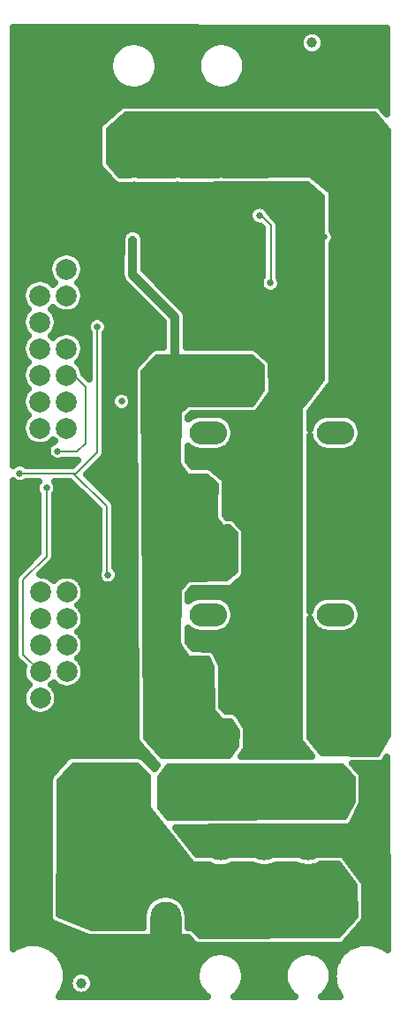
<source format=gbr>
G04 DipTrace 3.0.0.1*
G04 Bottom.gbr*
%MOIN*%
G04 #@! TF.FileFunction,Copper,L2,Bot*
G04 #@! TF.Part,Single*
G04 #@! TA.AperFunction,Conductor*
%ADD15C,0.008*%
%ADD17C,0.031969*%
G04 #@! TA.AperFunction,CopperBalancing*
%ADD20C,0.025*%
G04 #@! TA.AperFunction,ComponentPad*
%ADD29C,0.098425*%
%ADD30R,0.07874X0.07874*%
%ADD31C,0.07874*%
%ADD32O,0.141732X0.086614*%
%ADD36C,0.137795*%
%ADD37C,0.1*%
%ADD38C,0.25*%
%ADD39R,0.177165X0.11811*%
%ADD40O,0.177165X0.11811*%
%ADD41O,0.11811X0.177165*%
%ADD42C,0.03937*%
%FSLAX26Y26*%
G04*
G70*
G90*
G75*
G01*
G04 Bottom*
%LPD*%
X888094Y3288701D2*
D17*
Y3224724D1*
X887110Y3223740D1*
X888094Y3256220D2*
D15*
Y3224724D1*
X887110Y3223740D1*
D17*
Y3158780D1*
X1047543Y2998346D1*
Y2759488D1*
X1049016Y2758016D1*
X1366441Y3381220D2*
D15*
X1373331D1*
X1408764Y3345787D1*
Y3127283D1*
X1407780Y3126299D1*
X461913Y2408780D2*
X664252D1*
X790016Y2283016D1*
Y2030016D1*
X795016Y2025016D1*
X754016Y2961016D2*
Y2489016D1*
X673780Y2408780D1*
X664252D1*
X562307Y2353661D2*
Y2094803D1*
X474709Y2007205D1*
Y1724724D1*
X539079Y1660354D1*
X637701Y2778465D2*
X667031D1*
X709945Y2735551D1*
Y2521969D1*
X677465Y2489488D1*
X607583D1*
X604630Y2492441D1*
D20*
X888094Y3288701D3*
Y3256220D3*
X887110Y3223740D3*
X814016Y2515016D3*
X830016Y2553016D3*
X461913Y2408780D3*
X846016Y2680016D3*
X1451016Y3306016D3*
X1493016Y3307016D3*
X1533016D3*
X1450016Y3269016D3*
X1492016D3*
X1533016Y3268016D3*
X1451016Y3229016D3*
X1491016Y3228016D3*
X1533016D3*
X1450016Y3187016D3*
X1492016D3*
X1533016D3*
X1610535Y3299528D3*
X1346016Y3313016D3*
X795016Y2025016D3*
X754016Y2961016D3*
X493016Y1194016D3*
Y1144016D3*
Y1094016D3*
Y1044016D3*
Y994016D3*
Y944016D3*
Y894016D3*
Y844016D3*
X693016Y1344016D3*
X793016D3*
X893016D3*
X1407780Y3126299D3*
X1366441Y3381220D3*
X604630Y2492441D3*
X562307Y2353661D3*
X645486Y1280647D2*
X924518D1*
X622927Y1255778D2*
X941022D1*
X615993Y1230909D2*
X941022D1*
X615993Y1206041D2*
X941022D1*
X615993Y1181172D2*
X941022D1*
X615993Y1156303D2*
X941022D1*
X615993Y1131434D2*
X953718D1*
X615945Y1106566D2*
X973102D1*
X615798Y1081697D2*
X992487D1*
X615651Y1056828D2*
X1011921D1*
X615554Y1031959D2*
X1031306D1*
X615407Y1007091D2*
X1050690D1*
X615261Y982222D2*
X1070075D1*
X615163Y957353D2*
X1089461D1*
X615017Y932484D2*
X1108894D1*
X1482449D2*
X1502009D1*
X1598953D2*
X1661091D1*
X614919Y907615D2*
X1680037D1*
X614773Y882747D2*
X1698982D1*
X614626Y857878D2*
X1717927D1*
X614529Y833009D2*
X1721394D1*
X614382Y808140D2*
X964362D1*
X1059890D2*
X1721785D1*
X614235Y783272D2*
X938630D1*
X1085622D2*
X1722224D1*
X614138Y758403D2*
X927155D1*
X1097049D2*
X1722614D1*
X640993Y733534D2*
X924079D1*
X1100173D2*
X1720270D1*
X702469Y708665D2*
X924079D1*
X1100173D2*
X1698591D1*
X1127907Y683797D2*
X1676911D1*
X1597453Y933114D2*
X1587000Y927934D1*
X1572764Y923308D1*
X1557980Y920967D1*
X1543012D1*
X1528228Y923308D1*
X1513992Y927934D1*
X1504408Y932629D1*
X1430660Y932215D1*
X1421646Y927934D1*
X1407409Y923308D1*
X1392626Y920967D1*
X1377657D1*
X1362874Y923308D1*
X1348638Y927934D1*
X1340686Y931714D1*
X1263093Y931070D1*
X1249265Y925343D1*
X1234710Y921848D1*
X1219787Y920673D1*
X1204865Y921848D1*
X1190310Y925343D1*
X1176986Y930837D1*
X1117127Y930659D1*
X1113402Y931848D1*
X1110226Y934129D1*
X1039974Y1024039D1*
X945077Y1145965D1*
X943743Y1149642D1*
X943516Y1164516D1*
Y1263100D1*
X904559Y1304564D1*
X696075Y1305144D1*
X687760Y1305404D1*
X665486Y1305493D1*
X613514Y1248186D1*
X613129Y1048953D1*
X611559Y744415D1*
X732451Y695514D1*
X926560Y695516D1*
X926827Y742264D1*
X928927Y755522D1*
X933075Y768289D1*
X939169Y780249D1*
X947059Y791110D1*
X956551Y800602D1*
X967412Y808492D1*
X979373Y814587D1*
X992139Y818735D1*
X1005398Y820835D1*
X1018823D1*
X1032081Y818735D1*
X1044848Y814587D1*
X1056808Y808492D1*
X1067669Y800602D1*
X1077161Y791110D1*
X1085051Y780249D1*
X1091146Y768289D1*
X1095294Y755522D1*
X1097394Y742264D1*
X1097657Y710551D1*
Y695560D1*
X1111934Y695171D1*
X1115547Y693673D1*
X1118154Y691545D1*
X1142441Y665522D1*
X1664336Y666505D1*
X1725441Y736614D1*
X1723583Y853726D1*
X1662858Y933467D1*
X1597650Y933126D1*
X1007125Y1275647D2*
X1695434D1*
X996138Y1250778D2*
X1713013D1*
X996333Y1225909D2*
X1713013D1*
X996529Y1201041D2*
X1713013D1*
X996724Y1176172D2*
X1713013D1*
X996919Y1151303D2*
X1702319D1*
X1013862Y1126434D2*
X1689526D1*
X993550Y1260870D2*
X994479Y1146589D1*
X1023835Y1111538D1*
X1685407Y1113493D1*
X1715531Y1172076D1*
X1715516Y1256175D1*
X1675462Y1300520D1*
X1023252Y1300516D1*
X993571Y1260923D1*
X439017Y4066647D2*
X1531331D1*
X1599173D2*
X1843587D1*
X439017Y4041778D2*
X1517464D1*
X1613040D2*
X1843636D1*
X438968Y4016909D2*
X833870D1*
X952151D2*
X1164583D1*
X1282864D2*
X1519417D1*
X1611136D2*
X1843636D1*
X438968Y3992041D2*
X812044D1*
X973978D2*
X1142757D1*
X1304691D2*
X1541048D1*
X1589456D2*
X1843636D1*
X438968Y3967172D2*
X801839D1*
X984183D2*
X1132552D1*
X1314896D2*
X1843685D1*
X438968Y3942303D2*
X799202D1*
X986819D2*
X1129915D1*
X1317532D2*
X1843685D1*
X438968Y3917434D2*
X803450D1*
X982571D2*
X1134163D1*
X1313284D2*
X1843734D1*
X438968Y3892566D2*
X815804D1*
X970218D2*
X1146517D1*
X1300931D2*
X1843734D1*
X438968Y3867697D2*
X842122D1*
X943900D2*
X1172835D1*
X1274612D2*
X1843734D1*
X438968Y3842828D2*
X1843782D1*
X438919Y3817959D2*
X1843782D1*
X438919Y3793091D2*
X840071D1*
X1823929D2*
X1843831D1*
X438919Y3768222D2*
X811605D1*
X438919Y3743353D2*
X783235D1*
X438919Y3718484D2*
X759505D1*
X438919Y3693615D2*
X757747D1*
X438919Y3668747D2*
X757747D1*
X438870Y3643878D2*
X757747D1*
X438870Y3619009D2*
X757747D1*
X438870Y3594140D2*
X757747D1*
X438870Y3569272D2*
X758382D1*
X438870Y3544403D2*
X776302D1*
X438870Y3519534D2*
X798860D1*
X438870Y3494665D2*
X1548616D1*
X438821Y3469797D2*
X1578450D1*
X438821Y3444928D2*
X1599251D1*
X438821Y3420059D2*
X1599251D1*
X438821Y3395190D2*
X1327523D1*
X1405325D2*
X1599251D1*
X438821Y3370322D2*
X1326497D1*
X1429837D2*
X1599251D1*
X438821Y3345453D2*
X1348421D1*
X1441751D2*
X1599251D1*
X438821Y3320584D2*
X857552D1*
X918655D2*
X1375765D1*
X1441751D2*
X1599251D1*
X438773Y3295715D2*
X843685D1*
X932474D2*
X1375765D1*
X1441751D2*
X1599251D1*
X438773Y3270846D2*
X843099D1*
X933060D2*
X1375765D1*
X1441751D2*
X1599251D1*
X438773Y3245978D2*
X843099D1*
X933060D2*
X1375765D1*
X1441751D2*
X1599251D1*
X438773Y3221109D2*
X584993D1*
X690384D2*
X842122D1*
X932913D2*
X1375765D1*
X1441751D2*
X1599251D1*
X438773Y3196240D2*
X571761D1*
X703616D2*
X842122D1*
X932083D2*
X1375765D1*
X1441751D2*
X1599251D1*
X438773Y3171371D2*
X569710D1*
X705667D2*
X842122D1*
X937112D2*
X1375765D1*
X1441751D2*
X1599251D1*
X438773Y3146503D2*
X577620D1*
X697806D2*
X843929D1*
X961966D2*
X1371907D1*
X1443607D2*
X1599251D1*
X438773Y3121634D2*
X485482D1*
X689944D2*
X861702D1*
X986819D2*
X1366585D1*
X1448978D2*
X1599251D1*
X438724Y3096765D2*
X471956D1*
X703470D2*
X886556D1*
X1011673D2*
X1379818D1*
X1435745D2*
X1599251D1*
X438724Y3071896D2*
X469661D1*
X705716D2*
X911409D1*
X1036575D2*
X1599251D1*
X438724Y3047028D2*
X477327D1*
X698099D2*
X936312D1*
X1061429D2*
X1599251D1*
X438724Y3022159D2*
X485921D1*
X589505D2*
X600990D1*
X674368D2*
X961165D1*
X1085208D2*
X1599251D1*
X438724Y2997290D2*
X472103D1*
X603323D2*
X737191D1*
X770804D2*
X986019D1*
X1092532D2*
X1599251D1*
X438724Y2972421D2*
X469612D1*
X605765D2*
X714241D1*
X793802D2*
X1002571D1*
X1092532D2*
X1599251D1*
X438724Y2947552D2*
X477034D1*
X598343D2*
X714925D1*
X793118D2*
X1002571D1*
X1092532D2*
X1599251D1*
X438675Y2922684D2*
X486409D1*
X689017D2*
X721028D1*
X787015D2*
X1002571D1*
X1092532D2*
X1599251D1*
X438675Y2897815D2*
X472249D1*
X703177D2*
X721028D1*
X787015D2*
X1002571D1*
X1092532D2*
X1599251D1*
X438675Y2872946D2*
X469564D1*
X705814D2*
X721028D1*
X787015D2*
X950276D1*
X1364847D2*
X1599251D1*
X438675Y2848077D2*
X476790D1*
X698636D2*
X721028D1*
X787015D2*
X927816D1*
X1392825D2*
X1599251D1*
X438675Y2823209D2*
X486849D1*
X688528D2*
X721028D1*
X787015D2*
X905355D1*
X1413431D2*
X1599251D1*
X438675Y2798340D2*
X472396D1*
X702982D2*
X721028D1*
X787015D2*
X889778D1*
X1414505D2*
X1599251D1*
X438675Y2773471D2*
X469515D1*
X787015D2*
X889778D1*
X1415042D2*
X1599251D1*
X438626Y2748602D2*
X476497D1*
X787015D2*
X889925D1*
X1415579D2*
X1587728D1*
X438626Y2723734D2*
X487386D1*
X787015D2*
X890071D1*
X1416068D2*
X1568245D1*
X438626Y2698865D2*
X472591D1*
X787015D2*
X809359D1*
X882669D2*
X890252D1*
X1405911D2*
X1548812D1*
X438626Y2673996D2*
X469466D1*
X787015D2*
X805013D1*
X1388577D2*
X1529378D1*
X438626Y2649127D2*
X476253D1*
X787015D2*
X819710D1*
X872318D2*
X890560D1*
X1371194D2*
X1514778D1*
X438626Y2624259D2*
X487874D1*
X787015D2*
X890706D1*
X1102884D2*
X1111012D1*
X1234622D2*
X1514632D1*
X438626Y2599390D2*
X472737D1*
X787015D2*
X890853D1*
X1261868D2*
X1514632D1*
X438577Y2574521D2*
X469466D1*
X787015D2*
X891048D1*
X1271536D2*
X1514681D1*
X438577Y2549652D2*
X475960D1*
X787015D2*
X891194D1*
X1271536D2*
X1514681D1*
X438577Y2524783D2*
X497054D1*
X787015D2*
X891341D1*
X1261868D2*
X1514730D1*
X438577Y2499915D2*
X563851D1*
X787015D2*
X891487D1*
X1100443D2*
X1111019D1*
X1234622D2*
X1514730D1*
X438577Y2475046D2*
X567220D1*
X783597D2*
X891634D1*
X1100296D2*
X1514730D1*
X438577Y2450177D2*
X669564D1*
X760794D2*
X891829D1*
X1102689D2*
X1514778D1*
X735941Y2425308D2*
X891976D1*
X1195023D2*
X1514778D1*
X718216Y2400440D2*
X892122D1*
X1221243D2*
X1514827D1*
X484866Y2375571D2*
X527571D1*
X597073D2*
X651839D1*
X743069D2*
X892269D1*
X1240384D2*
X1514827D1*
X438528Y2350702D2*
X520931D1*
X603665D2*
X676693D1*
X767972D2*
X892464D1*
X1240579D2*
X1514827D1*
X438528Y2325833D2*
X529329D1*
X595316D2*
X701595D1*
X792825D2*
X892610D1*
X1240237D2*
X1514876D1*
X438528Y2300965D2*
X529329D1*
X595316D2*
X726448D1*
X817142D2*
X892757D1*
X1239847D2*
X1514876D1*
X438528Y2276096D2*
X529329D1*
X595316D2*
X751302D1*
X823001D2*
X892903D1*
X1239456D2*
X1514925D1*
X438528Y2251227D2*
X529329D1*
X595316D2*
X757015D1*
X823001D2*
X893099D1*
X1239261D2*
X1514925D1*
X438528Y2226358D2*
X529329D1*
X595316D2*
X757015D1*
X823001D2*
X893245D1*
X1284183D2*
X1514925D1*
X438480Y2201490D2*
X529329D1*
X595316D2*
X757015D1*
X823001D2*
X893392D1*
X1307474D2*
X1514974D1*
X438480Y2176621D2*
X529329D1*
X595316D2*
X757015D1*
X823001D2*
X893538D1*
X1313724D2*
X1514974D1*
X438480Y2151752D2*
X529329D1*
X595316D2*
X757015D1*
X823001D2*
X893734D1*
X1313724D2*
X1515023D1*
X438480Y2126883D2*
X529329D1*
X595316D2*
X757015D1*
X823001D2*
X893880D1*
X1313724D2*
X1515023D1*
X438480Y2102014D2*
X523909D1*
X595316D2*
X757015D1*
X823001D2*
X894026D1*
X1313724D2*
X1515023D1*
X438480Y2077146D2*
X499007D1*
X589651D2*
X757015D1*
X823001D2*
X894173D1*
X1313724D2*
X1515071D1*
X438480Y2052277D2*
X474153D1*
X565384D2*
X757015D1*
X825394D2*
X894368D1*
X1313724D2*
X1515071D1*
X438431Y2027408D2*
X449325D1*
X540530D2*
X753597D1*
X836429D2*
X894515D1*
X1312943D2*
X1515120D1*
X692142Y2002539D2*
X760677D1*
X829398D2*
X894661D1*
X1291751D2*
X1515120D1*
X705130Y1977671D2*
X894808D1*
X1262601D2*
X1515120D1*
X706985Y1952802D2*
X895003D1*
X1100150D2*
X1515169D1*
X698929Y1927933D2*
X895150D1*
X1248489D2*
X1515169D1*
X691702Y1903064D2*
X895296D1*
X1266800D2*
X1515218D1*
X704984Y1878196D2*
X895443D1*
X1272610D2*
X1515218D1*
X707083Y1853327D2*
X895638D1*
X1269193D2*
X1515267D1*
X699222Y1828458D2*
X895784D1*
X1254837D2*
X1515267D1*
X691263Y1803589D2*
X895931D1*
X1100150D2*
X1515267D1*
X704837Y1778720D2*
X896077D1*
X1100150D2*
X1515316D1*
X707132Y1753852D2*
X896273D1*
X1113724D2*
X1515316D1*
X699466Y1728983D2*
X896419D1*
X1203616D2*
X1515364D1*
X438382Y1704114D2*
X449692D1*
X690823D2*
X896566D1*
X1216995D2*
X1515364D1*
X438333Y1679245D2*
X473470D1*
X704691D2*
X896712D1*
X1226126D2*
X1515364D1*
X438333Y1654377D2*
X470980D1*
X707181D2*
X896907D1*
X1226321D2*
X1515413D1*
X438333Y1629508D2*
X478401D1*
X699759D2*
X897054D1*
X1226468D2*
X1515413D1*
X438333Y1604639D2*
X487825D1*
X590335D2*
X601415D1*
X676712D2*
X897200D1*
X1226614D2*
X1515462D1*
X438333Y1579770D2*
X473665D1*
X604495D2*
X897347D1*
X1226761D2*
X1515462D1*
X438333Y1554902D2*
X470931D1*
X607230D2*
X897542D1*
X1226907D2*
X1515462D1*
X438333Y1530033D2*
X478109D1*
X600052D2*
X897689D1*
X1227054D2*
X1515511D1*
X438333Y1505164D2*
X500618D1*
X577542D2*
X897835D1*
X1280960D2*
X1515511D1*
X438284Y1480295D2*
X897982D1*
X1298978D2*
X1515560D1*
X438284Y1455427D2*
X898177D1*
X1314651D2*
X1515560D1*
X438284Y1430558D2*
X898323D1*
X1320511D2*
X1515560D1*
X438284Y1405689D2*
X898519D1*
X1320120D2*
X1515609D1*
X438284Y1380820D2*
X912581D1*
X1319730D2*
X1527718D1*
X438284Y1355951D2*
X934554D1*
X1310452D2*
X1548665D1*
X438284Y1331083D2*
X633577D1*
X935648D2*
X956478D1*
X438235Y1306214D2*
X611019D1*
X958987D2*
X976302D1*
X1725394D2*
X1845833D1*
X438235Y1281345D2*
X588460D1*
X1747855D2*
X1845833D1*
X438235Y1256476D2*
X572249D1*
X1756985D2*
X1845833D1*
X438235Y1231608D2*
X572005D1*
X1756985D2*
X1845882D1*
X438235Y1206739D2*
X572005D1*
X1756985D2*
X1845882D1*
X438235Y1181870D2*
X572005D1*
X1756985D2*
X1845931D1*
X438235Y1157001D2*
X572005D1*
X1754105D2*
X1845931D1*
X438187Y1132133D2*
X572005D1*
X1741312D2*
X1845931D1*
X438187Y1107264D2*
X571956D1*
X1728519D2*
X1845980D1*
X438187Y1082395D2*
X571810D1*
X1714359D2*
X1845980D1*
X438187Y1057526D2*
X571663D1*
X1065823D2*
X1846028D1*
X438187Y1032657D2*
X571566D1*
X1085208D2*
X1846028D1*
X438187Y1007789D2*
X571419D1*
X1104593D2*
X1846028D1*
X438187Y982920D2*
X571273D1*
X1123978D2*
X1846077D1*
X438138Y958051D2*
X571175D1*
X1695657D2*
X1846077D1*
X438138Y933182D2*
X571028D1*
X1714603D2*
X1846126D1*
X438138Y908314D2*
X570931D1*
X1733499D2*
X1846126D1*
X438138Y883445D2*
X570784D1*
X1752444D2*
X1846126D1*
X438138Y858576D2*
X570638D1*
X1764993D2*
X1846175D1*
X438138Y833707D2*
X570540D1*
X1765384D2*
X1846175D1*
X438138Y808839D2*
X570394D1*
X1765775D2*
X1846224D1*
X438138Y783970D2*
X570247D1*
X1766165D2*
X1846224D1*
X438089Y759101D2*
X570150D1*
X1766605D2*
X1846273D1*
X438089Y734232D2*
X570101D1*
X1766995D2*
X1846273D1*
X438089Y709364D2*
X591732D1*
X1755911D2*
X1846273D1*
X438089Y684495D2*
X653206D1*
X1734232D2*
X1846321D1*
X438089Y659626D2*
X714681D1*
X1712552D2*
X1846321D1*
X438089Y634757D2*
X480501D1*
X541751D2*
X1115316D1*
X1690726D2*
X1740316D1*
X1801614D2*
X1846370D1*
X592825Y609888D2*
X1689241D1*
X616165Y585020D2*
X1162191D1*
X1277396D2*
X1492903D1*
X1608109D2*
X1665901D1*
X629935Y560151D2*
X1139534D1*
X1300003D2*
X1470247D1*
X1630716D2*
X1652181D1*
X637308Y535282D2*
X1128890D1*
X1310696D2*
X1459603D1*
X639456Y510413D2*
X653460D1*
X734964D2*
X1125911D1*
X1313626D2*
X1456624D1*
X636624Y485545D2*
X645540D1*
X742874D2*
X1129866D1*
X1309720D2*
X1460579D1*
X628470Y460676D2*
X652181D1*
X736234D2*
X1141780D1*
X1297806D2*
X1472493D1*
X1628519D2*
X1653646D1*
X613675Y435807D2*
X1167025D1*
X704738Y1655187D2*
X703121Y1644979D1*
X699927Y1635150D1*
X695236Y1625941D1*
X689161Y1617580D1*
X681853Y1610272D1*
X673492Y1604198D1*
X664283Y1599506D1*
X654454Y1596312D1*
X644246Y1594695D1*
X633911D1*
X623704Y1596312D1*
X613874Y1599506D1*
X604666Y1604198D1*
X596305Y1610272D1*
X589093Y1617476D1*
X581957Y1610368D1*
X589161Y1603128D1*
X595236Y1594767D1*
X599927Y1585559D1*
X603121Y1575730D1*
X604738Y1565522D1*
Y1555187D1*
X603121Y1544979D1*
X599927Y1535150D1*
X595236Y1525941D1*
X589161Y1517580D1*
X581853Y1510272D1*
X573492Y1504198D1*
X564283Y1499506D1*
X554454Y1496312D1*
X544246Y1494695D1*
X533911D1*
X523704Y1496312D1*
X513874Y1499506D1*
X504666Y1504198D1*
X496305Y1510272D1*
X488997Y1517580D1*
X482922Y1525941D1*
X478230Y1535150D1*
X475036Y1544979D1*
X473420Y1555187D1*
Y1565522D1*
X475036Y1575730D1*
X478230Y1585559D1*
X482922Y1594767D1*
X488997Y1603128D1*
X496201Y1610340D1*
X488997Y1617580D1*
X482922Y1625941D1*
X478230Y1635150D1*
X475036Y1644979D1*
X473420Y1655187D1*
Y1665522D1*
X475036Y1675730D1*
X476259Y1680065D1*
X451522Y1704921D1*
X447540Y1710881D1*
X445059Y1717606D1*
X444217Y1724724D1*
X444310Y2009597D1*
X445709Y2016627D1*
X448710Y2023137D1*
X453147Y2028766D1*
X531834Y2107452D1*
X531815Y2329325D1*
X527565Y2335959D1*
X525223Y2341612D1*
X523795Y2347562D1*
X523315Y2353661D1*
X523795Y2359761D1*
X525223Y2365711D1*
X527565Y2371363D1*
X532102Y2378280D1*
X486176Y2378287D1*
X479615Y2374037D1*
X473963Y2371696D1*
X468013Y2370267D1*
X461913Y2369787D1*
X455814Y2370267D1*
X449864Y2371696D1*
X444211Y2374037D1*
X438994Y2377234D1*
X436054Y2379625D1*
X435567Y612753D1*
X445385Y619405D1*
X454005Y624233D1*
X462977Y628369D1*
X472245Y631788D1*
X481754Y634470D1*
X491443Y636397D1*
X501254Y637558D1*
X511126Y637946D1*
X520998Y637558D1*
X530809Y636397D1*
X540498Y634470D1*
X550007Y631788D1*
X559275Y628369D1*
X568247Y624233D1*
X576867Y619405D1*
X585081Y613917D1*
X592840Y607800D1*
X600094Y601094D1*
X606800Y593840D1*
X612917Y586081D1*
X618405Y577867D1*
X623233Y569247D1*
X627369Y560275D1*
X630788Y551007D1*
X633470Y541498D1*
X635397Y531809D1*
X636558Y521998D1*
X636946Y512126D1*
X636558Y502254D1*
X635397Y492443D1*
X633470Y482754D1*
X630788Y473245D1*
X627369Y463977D1*
X623233Y455005D1*
X618405Y446385D1*
X610886Y435595D1*
X1169544Y435790D1*
X1160446Y442647D1*
X1150308Y452785D1*
X1141880Y464385D1*
X1135371Y477160D1*
X1130941Y490796D1*
X1128698Y504957D1*
Y519295D1*
X1130941Y533456D1*
X1135371Y547092D1*
X1141880Y559867D1*
X1150308Y571467D1*
X1160446Y581605D1*
X1172046Y590033D1*
X1184821Y596542D1*
X1198457Y600973D1*
X1212618Y603216D1*
X1226956D1*
X1241118Y600973D1*
X1254754Y596542D1*
X1267529Y590033D1*
X1279128Y581605D1*
X1289267Y571467D1*
X1297694Y559867D1*
X1304204Y547092D1*
X1308634Y533456D1*
X1310877Y519295D1*
Y504957D1*
X1308634Y490796D1*
X1304204Y477160D1*
X1297694Y464385D1*
X1289267Y452785D1*
X1279128Y442647D1*
X1269929Y435823D1*
X1500111Y435911D1*
X1491155Y442647D1*
X1481017Y452785D1*
X1472589Y464385D1*
X1466080Y477160D1*
X1461649Y490796D1*
X1459406Y504957D1*
Y519295D1*
X1461649Y533456D1*
X1466080Y547092D1*
X1472589Y559867D1*
X1481017Y571467D1*
X1491155Y581605D1*
X1502755Y590033D1*
X1515530Y596542D1*
X1529166Y600973D1*
X1543327Y603216D1*
X1557665D1*
X1571826Y600973D1*
X1585462Y596542D1*
X1598237Y590033D1*
X1609837Y581605D1*
X1619975Y571467D1*
X1628403Y559867D1*
X1634912Y547092D1*
X1639343Y533456D1*
X1641586Y519295D1*
Y504957D1*
X1639343Y490796D1*
X1634912Y477160D1*
X1628403Y464385D1*
X1619975Y452785D1*
X1609837Y442647D1*
X1600824Y435947D1*
X1670814Y435973D1*
X1663689Y446385D1*
X1658862Y455005D1*
X1654726Y463977D1*
X1651306Y473245D1*
X1648625Y482754D1*
X1646697Y492443D1*
X1645536Y502254D1*
X1645148Y512126D1*
X1645536Y521998D1*
X1646697Y531809D1*
X1648625Y541498D1*
X1651306Y551007D1*
X1654726Y560275D1*
X1658862Y569247D1*
X1663689Y577867D1*
X1669178Y586081D1*
X1675294Y593840D1*
X1682000Y601094D1*
X1689255Y607800D1*
X1697013Y613917D1*
X1705228Y619405D1*
X1713847Y624233D1*
X1722819Y628369D1*
X1732088Y631788D1*
X1741596Y634470D1*
X1751286Y636397D1*
X1761097Y637558D1*
X1770969Y637946D1*
X1780840Y637558D1*
X1790651Y636397D1*
X1800341Y634470D1*
X1809849Y631788D1*
X1819118Y628369D1*
X1828090Y624233D1*
X1836709Y619405D1*
X1848894Y610787D1*
X1848286Y1337547D1*
X1839951Y1323416D1*
X1835534Y1319026D1*
X1830214Y1315789D1*
X1824285Y1313883D1*
X1818961Y1313391D1*
X1715596Y1314309D1*
X1749003Y1277183D1*
X1752197Y1271837D1*
X1754055Y1265893D1*
X1754508Y1261016D1*
X1754426Y1166937D1*
X1753211Y1160829D1*
X1751571Y1156892D1*
X1715547Y1087081D1*
X1711672Y1082206D1*
X1706765Y1078371D1*
X1701099Y1075787D1*
X1695173Y1074611D1*
X1293096Y1073338D1*
X1051544Y1072623D1*
X1131883Y969595D1*
X1670950Y972437D1*
X1677065Y971256D1*
X1682734Y968679D1*
X1687646Y964850D1*
X1697666Y952118D1*
X1758288Y872361D1*
X1761021Y866765D1*
X1762373Y860686D1*
X1764507Y731747D1*
X1763712Y725570D1*
X1761497Y719749D1*
X1757985Y714607D1*
X1688557Y635094D1*
X1683628Y631288D1*
X1677946Y628738D1*
X1672144Y627609D1*
X1270066Y626773D1*
X1134987Y626601D1*
X1128876Y627805D1*
X1123216Y630401D1*
X1118313Y634254D1*
X1097492Y656536D1*
X727937Y656605D1*
X722037Y657753D1*
X587184Y712313D1*
X581977Y715730D1*
X577712Y720268D1*
X574625Y725676D1*
X572885Y731656D1*
X572524Y736152D1*
X574524Y1186516D1*
X574605Y1255094D1*
X575820Y1261202D1*
X578427Y1266858D1*
X581399Y1270821D1*
X641857Y1337305D1*
X646862Y1341012D1*
X652593Y1343447D1*
X658743Y1344477D1*
X912200Y1343418D1*
X918303Y1342178D1*
X923948Y1339548D1*
X928829Y1335667D1*
X968866Y1293034D1*
X980476Y1308450D1*
X975974Y1311983D1*
X906293Y1390887D1*
X903160Y1396269D1*
X901371Y1402234D1*
X900973Y1406642D1*
X892183Y2797501D1*
X893359Y2803616D1*
X895930Y2809288D1*
X898946Y2813348D1*
X955518Y2875859D1*
X960514Y2879578D1*
X966240Y2882027D1*
X972387Y2883072D1*
X1005023Y2883106D1*
X1005067Y2980728D1*
X854811Y3131193D1*
X850893Y3136586D1*
X847867Y3142525D1*
X845807Y3148864D1*
X844765Y3155447D1*
X844634Y3223740D1*
X845618Y3237224D1*
X845749Y3292033D1*
X846792Y3298617D1*
X848851Y3304956D1*
X851877Y3310895D1*
X855795Y3316287D1*
X860508Y3321000D1*
X865901Y3324918D1*
X871839Y3327944D1*
X878179Y3330004D1*
X884762Y3331046D1*
X891427D1*
X898010Y3330004D1*
X904349Y3327944D1*
X910288Y3324918D1*
X915681Y3321000D1*
X920394Y3316287D1*
X924312Y3310895D1*
X927338Y3304956D1*
X929397Y3298617D1*
X930440Y3292033D1*
X930571Y3224724D1*
X929587Y3211240D1*
Y3176328D1*
X1079843Y3025933D1*
X1083760Y3020540D1*
X1086786Y3014601D1*
X1088846Y3008262D1*
X1089889Y3001679D1*
X1090020Y2910846D1*
Y2883063D1*
X1343451Y2882979D1*
X1349534Y2881643D1*
X1355137Y2878924D1*
X1358451Y2876415D1*
X1404242Y2835603D1*
X1408000Y2830637D1*
X1410494Y2824931D1*
X1411588Y2818792D1*
X1413558Y2720238D1*
X1412469Y2714106D1*
X1409979Y2708398D1*
X1364266Y2642937D1*
X1359772Y2638625D1*
X1354396Y2635482D1*
X1348435Y2633680D1*
X1343803Y2633272D1*
X1110161D1*
X1098592Y2622575D1*
X1098537Y2613968D1*
X1104233Y2618555D1*
X1113572Y2624278D1*
X1123691Y2628470D1*
X1134341Y2631026D1*
X1145281Y2631885D1*
X1205854Y2631671D1*
X1216672Y2629957D1*
X1227089Y2626573D1*
X1236848Y2621600D1*
X1245709Y2615162D1*
X1253454Y2607418D1*
X1259892Y2598557D1*
X1264864Y2588798D1*
X1268249Y2578381D1*
X1269962Y2567563D1*
Y2556610D1*
X1268249Y2545792D1*
X1264864Y2535376D1*
X1259892Y2525617D1*
X1253454Y2516756D1*
X1245709Y2509011D1*
X1236848Y2502573D1*
X1227089Y2497601D1*
X1216672Y2494216D1*
X1205854Y2492503D1*
X1162878Y2492287D1*
X1139783Y2492503D1*
X1128966Y2494216D1*
X1118549Y2497601D1*
X1108790Y2502573D1*
X1099929Y2509011D1*
X1097995Y2510798D1*
X1097705Y2453326D1*
X1113531Y2433303D1*
X1175606Y2433222D1*
X1181714Y2432007D1*
X1187370Y2429399D1*
X1191761Y2426030D1*
X1232929Y2386524D1*
X1236114Y2381172D1*
X1237961Y2375225D1*
X1238402Y2369983D1*
X1236565Y2251491D1*
X1243147Y2241945D1*
X1258356Y2242172D1*
X1264410Y2240713D1*
X1269957Y2237881D1*
X1274548Y2233985D1*
X1306672Y2199243D1*
X1309538Y2193714D1*
X1311034Y2187669D1*
X1311240Y2171870D1*
X1311159Y2031701D1*
X1309944Y2025593D1*
X1307336Y2019937D1*
X1303670Y2015238D1*
X1262151Y1979041D1*
X1256748Y1975944D1*
X1250772Y1974192D1*
X1246542Y1973823D1*
X1113956Y1972735D1*
X1097675Y1953303D1*
X1097658Y1926146D1*
X1104233Y1931547D1*
X1113572Y1937270D1*
X1123691Y1941462D1*
X1134341Y1944019D1*
X1145281Y1944877D1*
X1205854Y1944663D1*
X1216672Y1942949D1*
X1227089Y1939565D1*
X1236848Y1934592D1*
X1245709Y1928154D1*
X1253454Y1920410D1*
X1259892Y1911549D1*
X1264864Y1901790D1*
X1268249Y1891373D1*
X1269962Y1880555D1*
Y1869602D1*
X1268249Y1858784D1*
X1264864Y1848368D1*
X1259892Y1838609D1*
X1253454Y1829748D1*
X1245709Y1822003D1*
X1236848Y1815565D1*
X1227089Y1810593D1*
X1216672Y1807208D1*
X1205854Y1805495D1*
X1162878Y1805279D1*
X1139783Y1805495D1*
X1128966Y1807208D1*
X1118549Y1810593D1*
X1108790Y1815565D1*
X1099929Y1822003D1*
X1097649Y1824110D1*
X1097658Y1771905D1*
X1116998Y1746154D1*
X1178916Y1745199D1*
X1185007Y1743902D1*
X1190626Y1741218D1*
X1195465Y1737297D1*
X1199257Y1732347D1*
X1221389Y1691124D1*
X1223215Y1685170D1*
X1223641Y1680594D1*
X1224567Y1527931D1*
X1240480Y1509455D1*
X1266490Y1509856D1*
X1272529Y1508338D1*
X1278048Y1505451D1*
X1282740Y1501356D1*
X1285505Y1497711D1*
X1315982Y1448756D1*
X1317749Y1442784D1*
X1318127Y1437880D1*
X1317027Y1374779D1*
X1315714Y1368692D1*
X1313011Y1363072D1*
X1296155Y1339504D1*
X1565014Y1339508D1*
X1523065Y1389400D1*
X1520054Y1394852D1*
X1518400Y1400855D1*
X1518088Y1417322D1*
X1517194Y2648042D1*
X1518404Y2654151D1*
X1521007Y2659808D1*
X1545833Y2691844D1*
X1601789Y2763416D1*
X1601689Y3452532D1*
X1547861Y3497389D1*
X832938Y3495552D1*
X826827Y3496751D1*
X821164Y3499343D1*
X816258Y3503191D1*
X765761Y3558910D1*
X762556Y3564250D1*
X760687Y3570190D1*
X760224Y3575118D1*
X760306Y3711055D1*
X761521Y3717163D1*
X764128Y3722819D1*
X767743Y3727465D1*
X842995Y3793401D1*
X848429Y3796444D1*
X854423Y3798135D1*
X858567Y3798461D1*
X1807496Y3798379D1*
X1813604Y3797164D1*
X1819260Y3794557D1*
X1824025Y3790826D1*
X1846316Y3765201D1*
X1846038Y4088237D1*
X436520Y4091487D1*
X436063Y2437948D1*
X441540Y2442026D1*
X446992Y2444804D1*
X452811Y2446694D1*
X458854Y2447651D1*
X464973D1*
X471016Y2446694D1*
X476835Y2444804D1*
X482287Y2442026D1*
X486175Y2439266D1*
X661181Y2439272D1*
X681117Y2459240D1*
X664965Y2458996D1*
X624681D1*
X619552Y2456417D1*
X613732Y2454526D1*
X607689Y2453569D1*
X601571D1*
X595527Y2454526D1*
X589708Y2456417D1*
X584257Y2459195D1*
X579307Y2462791D1*
X574980Y2467118D1*
X571384Y2472068D1*
X568606Y2477519D1*
X566715Y2483338D1*
X565758Y2489382D1*
Y2495500D1*
X566715Y2501543D1*
X568606Y2507363D1*
X571384Y2512814D1*
X574980Y2517764D1*
X579307Y2522091D1*
X584257Y2525687D1*
X589708Y2528465D1*
X593375Y2529749D1*
X587715Y2535587D1*
X580475Y2528383D1*
X572114Y2522308D1*
X562905Y2517616D1*
X553076Y2514422D1*
X542868Y2512805D1*
X532533D1*
X522326Y2514422D1*
X512496Y2517616D1*
X503288Y2522308D1*
X494927Y2528383D1*
X487619Y2535690D1*
X481544Y2544052D1*
X476852Y2553260D1*
X473658Y2563089D1*
X472042Y2573297D1*
Y2583632D1*
X473658Y2593840D1*
X476852Y2603669D1*
X481544Y2612877D1*
X487619Y2621239D1*
X494823Y2628451D1*
X487619Y2635690D1*
X481544Y2644052D1*
X476852Y2653260D1*
X473658Y2663089D1*
X472042Y2673297D1*
Y2683632D1*
X473658Y2693840D1*
X476852Y2703669D1*
X481544Y2712877D1*
X487619Y2721239D1*
X494823Y2728451D1*
X487619Y2735690D1*
X481544Y2744052D1*
X476852Y2753260D1*
X473658Y2763089D1*
X472042Y2773297D1*
Y2783632D1*
X473658Y2793840D1*
X476852Y2803669D1*
X481544Y2812877D1*
X487619Y2821239D1*
X494823Y2828451D1*
X487619Y2835690D1*
X481544Y2844052D1*
X476852Y2853260D1*
X473658Y2863089D1*
X472042Y2873297D1*
Y2883632D1*
X473658Y2893840D1*
X476852Y2903669D1*
X481544Y2912877D1*
X487619Y2921239D1*
X494823Y2928451D1*
X487619Y2935690D1*
X481544Y2944052D1*
X476852Y2953260D1*
X473658Y2963089D1*
X472042Y2973297D1*
Y2983632D1*
X473658Y2993840D1*
X476852Y3003669D1*
X481544Y3012877D1*
X487619Y3021239D1*
X494823Y3028451D1*
X487619Y3035690D1*
X481544Y3044052D1*
X476852Y3053260D1*
X473658Y3063089D1*
X472042Y3073297D1*
Y3083632D1*
X473658Y3093840D1*
X476852Y3103669D1*
X481544Y3112877D1*
X487619Y3121239D1*
X494927Y3128547D1*
X503288Y3134621D1*
X512496Y3139313D1*
X522326Y3142507D1*
X532533Y3144124D1*
X542868D1*
X553076Y3142507D1*
X562905Y3139313D1*
X572114Y3134621D1*
X580475Y3128547D1*
X587687Y3121342D1*
X594823Y3128451D1*
X587619Y3135690D1*
X581544Y3144052D1*
X576852Y3153260D1*
X573658Y3163089D1*
X572042Y3173297D1*
Y3183632D1*
X573658Y3193840D1*
X576852Y3203669D1*
X581544Y3212877D1*
X587619Y3221239D1*
X594927Y3228547D1*
X603288Y3234621D1*
X612496Y3239313D1*
X622326Y3242507D1*
X632533Y3244124D1*
X642868D1*
X653076Y3242507D1*
X662905Y3239313D1*
X672114Y3234621D1*
X680475Y3228547D1*
X687783Y3221239D1*
X693858Y3212877D1*
X698550Y3203669D1*
X701743Y3193840D1*
X703360Y3183632D1*
Y3173297D1*
X701743Y3163089D1*
X698550Y3153260D1*
X693858Y3144052D1*
X687783Y3135690D1*
X680579Y3128479D1*
X687783Y3121239D1*
X693858Y3112877D1*
X698550Y3103669D1*
X701743Y3093840D1*
X703360Y3083632D1*
Y3073297D1*
X701743Y3063089D1*
X698550Y3053260D1*
X693858Y3044052D1*
X687783Y3035690D1*
X680475Y3028383D1*
X672114Y3022308D1*
X662905Y3017616D1*
X653076Y3014422D1*
X642868Y3012805D1*
X632533D1*
X622326Y3014422D1*
X612496Y3017616D1*
X603288Y3022308D1*
X594927Y3028383D1*
X587715Y3035587D1*
X580579Y3028479D1*
X587783Y3021239D1*
X593858Y3012877D1*
X598550Y3003669D1*
X601743Y2993840D1*
X603360Y2983632D1*
Y2973297D1*
X601743Y2963089D1*
X598550Y2953260D1*
X593858Y2944052D1*
X587783Y2935690D1*
X580579Y2928479D1*
X587687Y2921342D1*
X594927Y2928547D1*
X603288Y2934621D1*
X612496Y2939313D1*
X622326Y2942507D1*
X632533Y2944124D1*
X642868D1*
X653076Y2942507D1*
X662905Y2939313D1*
X672114Y2934621D1*
X680475Y2928547D1*
X687783Y2921239D1*
X693858Y2912877D1*
X698550Y2903669D1*
X701743Y2893840D1*
X703360Y2883632D1*
Y2873297D1*
X701743Y2863089D1*
X698550Y2853260D1*
X693858Y2844052D1*
X687783Y2835690D1*
X680579Y2828479D1*
X687783Y2821239D1*
X693858Y2812877D1*
X698550Y2803669D1*
X701743Y2793840D1*
X703144Y2785458D1*
X723499Y2765119D1*
X723523Y2936721D1*
X719274Y2943314D1*
X716932Y2948967D1*
X715504Y2954916D1*
X715024Y2961016D1*
X715504Y2967115D1*
X716932Y2973065D1*
X719274Y2978718D1*
X722470Y2983935D1*
X726444Y2988587D1*
X731097Y2992561D1*
X736314Y2995758D1*
X741967Y2998099D1*
X747916Y2999528D1*
X754016Y3000008D1*
X760115Y2999528D1*
X766065Y2998099D1*
X771718Y2995758D1*
X776935Y2992561D1*
X781587Y2988587D1*
X785561Y2983935D1*
X788758Y2978718D1*
X791099Y2973065D1*
X792528Y2967115D1*
X793008Y2961016D1*
X792528Y2954916D1*
X791099Y2948967D1*
X788758Y2943314D1*
X784502Y2936754D1*
X784414Y2486623D1*
X783016Y2479593D1*
X780015Y2473084D1*
X775577Y2467454D1*
X712330Y2403824D1*
X813202Y2302819D1*
X817185Y2296859D1*
X819665Y2290134D1*
X820508Y2283016D1*
Y2054549D1*
X824666Y2050339D1*
X828262Y2045389D1*
X831040Y2039937D1*
X832931Y2034118D1*
X833888Y2028075D1*
Y2021956D1*
X832931Y2015913D1*
X831040Y2010094D1*
X828262Y2004642D1*
X824666Y1999692D1*
X820339Y1995366D1*
X815389Y1991769D1*
X809937Y1988992D1*
X804118Y1987101D1*
X798075Y1986144D1*
X791956D1*
X785913Y1987101D1*
X780094Y1988992D1*
X774642Y1991769D1*
X769692Y1995366D1*
X765366Y1999692D1*
X761769Y2004642D1*
X758992Y2010094D1*
X757101Y2015913D1*
X756144Y2021956D1*
Y2028075D1*
X757101Y2034118D1*
X759527Y2041100D1*
X759524Y2270397D1*
X651651Y2378258D1*
X592523Y2378287D1*
X597049Y2371363D1*
X599391Y2365711D1*
X600819Y2359761D1*
X601299Y2353661D1*
X600819Y2347562D1*
X599391Y2341612D1*
X597049Y2335959D1*
X592794Y2329399D1*
X592705Y2092411D1*
X591307Y2085381D1*
X588306Y2078871D1*
X583868Y2073242D1*
X536808Y2026182D1*
X544246Y2026014D1*
X554454Y2024397D1*
X564283Y2021203D1*
X573492Y2016511D1*
X581853Y2010436D1*
X589065Y2003232D1*
X596305Y2010436D1*
X604666Y2016511D1*
X613874Y2021203D1*
X623704Y2024397D1*
X633911Y2026014D1*
X644246D1*
X654454Y2024397D1*
X664283Y2021203D1*
X673492Y2016511D1*
X681853Y2010436D1*
X689161Y2003128D1*
X695236Y1994767D1*
X699927Y1985559D1*
X703121Y1975730D1*
X704738Y1965522D1*
Y1955187D1*
X703121Y1944979D1*
X699927Y1935150D1*
X695236Y1925941D1*
X689161Y1917580D1*
X681957Y1910368D1*
X689161Y1903128D1*
X695236Y1894767D1*
X699927Y1885559D1*
X703121Y1875730D1*
X704738Y1865522D1*
Y1855187D1*
X703121Y1844979D1*
X699927Y1835150D1*
X695236Y1825941D1*
X689161Y1817580D1*
X681957Y1810368D1*
X689161Y1803128D1*
X695236Y1794767D1*
X699927Y1785559D1*
X703121Y1775730D1*
X704738Y1765522D1*
Y1755187D1*
X703121Y1744979D1*
X699927Y1735150D1*
X695236Y1725941D1*
X689161Y1717580D1*
X681957Y1710368D1*
X689161Y1703128D1*
X695236Y1694767D1*
X699927Y1685559D1*
X703121Y1675730D1*
X704738Y1665522D1*
Y1655187D1*
X884888Y2676956D2*
X883931Y2670913D1*
X882040Y2665094D1*
X879262Y2659642D1*
X875666Y2654692D1*
X871339Y2650366D1*
X866389Y2646769D1*
X860937Y2643992D1*
X855118Y2642101D1*
X849075Y2641144D1*
X842956D1*
X836913Y2642101D1*
X831094Y2643992D1*
X825642Y2646769D1*
X820692Y2650366D1*
X816366Y2654692D1*
X812769Y2659642D1*
X809992Y2665094D1*
X808101Y2670913D1*
X807144Y2676956D1*
Y2683075D1*
X808101Y2689118D1*
X809992Y2694937D1*
X812769Y2700389D1*
X816366Y2705339D1*
X820692Y2709666D1*
X825642Y2713262D1*
X831094Y2716040D1*
X836913Y2717931D1*
X842956Y2718888D1*
X849075D1*
X855118Y2717931D1*
X860937Y2716040D1*
X866389Y2713262D1*
X871339Y2709666D1*
X875666Y2705339D1*
X879262Y2700389D1*
X882040Y2694937D1*
X883931Y2689118D1*
X884888Y2683075D1*
Y2676956D1*
X1446651Y3123240D2*
X1445694Y3117197D1*
X1443804Y3111378D1*
X1441026Y3105926D1*
X1437429Y3100976D1*
X1433103Y3096649D1*
X1428153Y3093053D1*
X1422701Y3090275D1*
X1416882Y3088384D1*
X1410839Y3087427D1*
X1404720D1*
X1398677Y3088384D1*
X1392858Y3090275D1*
X1387406Y3093053D1*
X1382456Y3096649D1*
X1378130Y3100976D1*
X1374533Y3105926D1*
X1371756Y3111378D1*
X1369865Y3117197D1*
X1368908Y3123240D1*
Y3129358D1*
X1369865Y3135402D1*
X1371756Y3141221D1*
X1374533Y3146673D1*
X1378268Y3151772D1*
X1378272Y3333192D1*
X1369076Y3342353D1*
X1363382Y3342349D1*
X1357338Y3343306D1*
X1351519Y3345196D1*
X1346068Y3347974D1*
X1341118Y3351571D1*
X1336791Y3355897D1*
X1333195Y3360847D1*
X1330417Y3366299D1*
X1328526Y3372118D1*
X1327569Y3378161D1*
Y3384280D1*
X1328526Y3390323D1*
X1330417Y3396142D1*
X1333195Y3401594D1*
X1336791Y3406544D1*
X1341118Y3410870D1*
X1346068Y3414467D1*
X1351519Y3417244D1*
X1357338Y3419135D1*
X1363382Y3420092D1*
X1369500D1*
X1375543Y3419135D1*
X1381363Y3417244D1*
X1386814Y3414467D1*
X1391764Y3410870D1*
X1396091Y3406544D1*
X1399687Y3401594D1*
X1403007Y3394672D1*
X1431950Y3365590D1*
X1435933Y3359631D1*
X1438413Y3352906D1*
X1439256Y3345787D1*
X1439325Y3149218D1*
X1442522Y3144001D1*
X1444863Y3138348D1*
X1446292Y3132399D1*
X1446772Y3126299D1*
X1446651Y3123240D1*
X984105Y3938028D2*
X981863Y3923867D1*
X977432Y3910231D1*
X970923Y3897455D1*
X962495Y3885856D1*
X952357Y3875717D1*
X940757Y3867290D1*
X927982Y3860781D1*
X914346Y3856350D1*
X900185Y3854107D1*
X885847D1*
X871686Y3856350D1*
X858049Y3860781D1*
X845274Y3867290D1*
X833675Y3875717D1*
X823536Y3885856D1*
X815109Y3897455D1*
X808600Y3910231D1*
X804169Y3923867D1*
X801926Y3938028D1*
Y3952366D1*
X804169Y3966527D1*
X808600Y3980163D1*
X815109Y3992938D1*
X823536Y4004538D1*
X833675Y4014676D1*
X845274Y4023104D1*
X858049Y4029613D1*
X871686Y4034044D1*
X885847Y4036287D1*
X900185D1*
X914346Y4034044D1*
X927982Y4029613D1*
X940757Y4023104D1*
X952357Y4014676D1*
X962495Y4004538D1*
X970923Y3992938D1*
X977432Y3980163D1*
X981863Y3966527D1*
X984105Y3952366D1*
Y3938028D1*
X1314814D2*
X1312571Y3923867D1*
X1308141Y3910231D1*
X1301631Y3897455D1*
X1293204Y3885856D1*
X1283065Y3875717D1*
X1271466Y3867290D1*
X1258691Y3860781D1*
X1245055Y3856350D1*
X1230893Y3854107D1*
X1216555D1*
X1202394Y3856350D1*
X1188758Y3860781D1*
X1175983Y3867290D1*
X1164383Y3875717D1*
X1154245Y3885856D1*
X1145817Y3897455D1*
X1139308Y3910231D1*
X1134878Y3923867D1*
X1132635Y3938028D1*
Y3952366D1*
X1134878Y3966527D1*
X1139308Y3980163D1*
X1145817Y3992938D1*
X1154245Y4004538D1*
X1164383Y4014676D1*
X1175983Y4023104D1*
X1188758Y4029613D1*
X1202394Y4034044D1*
X1216555Y4036287D1*
X1230893D1*
X1245055Y4034044D1*
X1258691Y4029613D1*
X1271466Y4023104D1*
X1283065Y4014676D1*
X1293204Y4004538D1*
X1301631Y3992938D1*
X1308141Y3980163D1*
X1312571Y3966527D1*
X1314814Y3952366D1*
Y3938028D1*
X740232Y480944D2*
X739098Y473787D1*
X736859Y466896D1*
X733569Y460439D1*
X729310Y454577D1*
X724187Y449454D1*
X718324Y445194D1*
X711868Y441905D1*
X704977Y439666D1*
X697820Y438532D1*
X690574D1*
X683417Y439666D1*
X676526Y441905D1*
X670069Y445194D1*
X664207Y449454D1*
X659083Y454577D1*
X654824Y460439D1*
X651535Y466896D1*
X649296Y473787D1*
X648162Y480944D1*
Y488190D1*
X649296Y495347D1*
X651535Y502238D1*
X654824Y508694D1*
X659083Y514557D1*
X664207Y519680D1*
X670069Y523939D1*
X676526Y527229D1*
X683417Y529468D1*
X690574Y530602D1*
X697820D1*
X704977Y529468D1*
X711868Y527229D1*
X718324Y523939D1*
X724187Y519680D1*
X729310Y514557D1*
X733569Y508694D1*
X736859Y502238D1*
X739098Y495347D1*
X740232Y488190D1*
Y480944D1*
X1611295Y4029172D2*
X1610161Y4022015D1*
X1607922Y4015124D1*
X1604632Y4008668D1*
X1600373Y4002806D1*
X1595250Y3997682D1*
X1589387Y3993423D1*
X1582931Y3990133D1*
X1576040Y3987894D1*
X1568883Y3986760D1*
X1561637D1*
X1554480Y3987894D1*
X1547589Y3990133D1*
X1541132Y3993423D1*
X1535270Y3997682D1*
X1530146Y4002806D1*
X1525887Y4008668D1*
X1522598Y4015124D1*
X1520359Y4022015D1*
X1519225Y4029172D1*
Y4036418D1*
X1520359Y4043575D1*
X1522598Y4050467D1*
X1525887Y4056923D1*
X1530146Y4062785D1*
X1535270Y4067909D1*
X1541132Y4072168D1*
X1547589Y4075457D1*
X1554480Y4077697D1*
X1561637Y4078830D1*
X1568883D1*
X1576040Y4077697D1*
X1582931Y4075457D1*
X1589387Y4072168D1*
X1595250Y4067909D1*
X1600373Y4062785D1*
X1604632Y4056923D1*
X1607922Y4050467D1*
X1610161Y4043575D1*
X1611295Y4036418D1*
Y4029172D1*
X959315Y2819245D2*
X1361589D1*
X936853Y2794377D2*
X1370623D1*
X933777Y2769508D2*
X1371112D1*
X933924Y2744639D2*
X1371648D1*
X934070Y2719770D2*
X1367986D1*
X934265Y2694902D2*
X1350604D1*
X934412Y2670033D2*
X1089909D1*
X934559Y2645164D2*
X1063104D1*
X934705Y2620295D2*
X1057097D1*
X934900Y2595427D2*
X1056951D1*
X935047Y2570558D2*
X1056804D1*
X935193Y2545689D2*
X1056707D1*
X935340Y2520820D2*
X1056560D1*
X935535Y2495951D2*
X1056413D1*
X935681Y2471083D2*
X1056316D1*
X935828Y2446214D2*
X1056169D1*
X935975Y2421345D2*
X1070769D1*
X936169Y2396476D2*
X1090448D1*
X936316Y2371608D2*
X1189959D1*
X936463Y2346739D2*
X1196551D1*
X936609Y2321870D2*
X1196160D1*
X936804Y2297001D2*
X1195769D1*
X936951Y2272133D2*
X1195379D1*
X937097Y2247264D2*
X1194988D1*
X937244Y2222395D2*
X1206756D1*
X937440Y2197526D2*
X1252801D1*
X937585Y2172657D2*
X1269744D1*
X937732Y2147789D2*
X1269744D1*
X937879Y2122920D2*
X1269744D1*
X938073Y2098051D2*
X1269744D1*
X938220Y2073182D2*
X1269744D1*
X938367Y2048314D2*
X1269744D1*
X938513Y2023445D2*
X1251385D1*
X938709Y1998576D2*
X1082244D1*
X938856Y1973707D2*
X1061395D1*
X939001Y1948839D2*
X1056169D1*
X939148Y1923970D2*
X1056169D1*
X939344Y1899101D2*
X1056169D1*
X939490Y1874232D2*
X1056169D1*
X939636Y1849364D2*
X1056169D1*
X939783Y1824495D2*
X1056169D1*
X939979Y1799626D2*
X1056169D1*
X940125Y1774757D2*
X1056169D1*
X940272Y1749888D2*
X1062957D1*
X940417Y1725020D2*
X1081609D1*
X940613Y1700151D2*
X1169841D1*
X940760Y1675282D2*
X1182196D1*
X940906Y1650413D2*
X1182341D1*
X941052Y1625545D2*
X1182488D1*
X941248Y1600676D2*
X1182635D1*
X941395Y1575807D2*
X1182781D1*
X941541Y1550938D2*
X1182928D1*
X941688Y1526070D2*
X1183073D1*
X941883Y1501201D2*
X1193621D1*
X942029Y1476332D2*
X1215056D1*
X942176Y1451463D2*
X1266081D1*
X942322Y1426594D2*
X1276433D1*
X951112Y1401726D2*
X1276043D1*
X973084Y1376857D2*
X1272479D1*
X995056Y1351988D2*
X1254608D1*
X1099757Y2672264D2*
X1337286D1*
X1374514Y2725567D1*
X1372757Y2811524D1*
X1336088Y2844123D1*
X979278Y2844114D1*
X931119Y2790797D1*
X939934Y1411567D1*
X1000022Y1343534D1*
X1251718Y1344484D1*
X1278217Y1381392D1*
X1279079Y1434760D1*
X1256299Y1470921D1*
X1227043Y1470201D1*
X1223291Y1471303D1*
X1220063Y1473510D1*
X1187503Y1511457D1*
X1185991Y1515064D1*
X1185634Y1517955D1*
X1184669Y1677207D1*
X1168944Y1706450D1*
X1101524Y1707484D1*
X1097820Y1708743D1*
X1094688Y1711084D1*
X1060608Y1756417D1*
X1059056Y1760008D1*
X1058667Y1762924D1*
X1058819Y1964869D1*
X1060028Y1968588D1*
X1061584Y1970941D1*
X1093470Y2008759D1*
X1096785Y2010833D1*
X1100579Y2011782D1*
X1241644Y2012783D1*
X1272266Y2039482D1*
X1272248Y2179434D1*
X1250014Y2203143D1*
X1228151Y2202470D1*
X1224387Y2203534D1*
X1221138Y2205710D1*
X1219340Y2207785D1*
X1198671Y2238026D1*
X1197554Y2241774D1*
X1198222Y2293613D1*
X1199331Y2365138D1*
X1168560Y2394293D1*
X1098738Y2394465D1*
X1095018Y2395673D1*
X1091854Y2397972D1*
X1060777Y2437261D1*
X1059136Y2440811D1*
X1058665Y2444277D1*
X1059814Y2636193D1*
X1061042Y2639906D1*
X1063644Y2643333D1*
X1092740Y2670142D1*
X1096289Y2671787D1*
X1099194Y2672253D1*
X837386Y3734600D2*
X1818714D1*
X809016Y3709731D2*
X1840247D1*
X801741Y3684862D2*
X1847522D1*
X801741Y3659993D2*
X1847522D1*
X801741Y3635125D2*
X1847522D1*
X801741Y3610256D2*
X1847522D1*
X801741Y3585387D2*
X1847522D1*
X819367Y3560518D2*
X1847522D1*
X841927Y3535650D2*
X876722D1*
X909310D2*
X1042102D1*
X1074642D2*
X1207434D1*
X1240022D2*
X1265833D1*
X1565364D2*
X1847522D1*
X1595198Y3510781D2*
X1847522D1*
X1625031Y3485912D2*
X1847522D1*
X1643245Y3461043D2*
X1847522D1*
X1643245Y3436175D2*
X1847522D1*
X1643245Y3411306D2*
X1847522D1*
X1643245Y3386437D2*
X1847522D1*
X1643245Y3361568D2*
X1847522D1*
X1643245Y3336699D2*
X1847522D1*
X1650031Y3311831D2*
X1847522D1*
X1649934Y3286962D2*
X1847522D1*
X1643245Y3262093D2*
X1847522D1*
X1643245Y3237224D2*
X1847522D1*
X1643245Y3212356D2*
X1847522D1*
X1643245Y3187487D2*
X1847522D1*
X1643245Y3162618D2*
X1847522D1*
X1643245Y3137749D2*
X1847522D1*
X1643245Y3112881D2*
X1847522D1*
X1643245Y3088012D2*
X1847522D1*
X1643245Y3063143D2*
X1847522D1*
X1643245Y3038274D2*
X1847522D1*
X1643245Y3013406D2*
X1847522D1*
X1643245Y2988537D2*
X1847522D1*
X1643245Y2963668D2*
X1847522D1*
X1643245Y2938799D2*
X1847522D1*
X1643245Y2913930D2*
X1847522D1*
X1643245Y2889062D2*
X1847522D1*
X1643245Y2864193D2*
X1847522D1*
X1643245Y2839324D2*
X1847522D1*
X1643245Y2814455D2*
X1847522D1*
X1643245Y2789587D2*
X1847522D1*
X1643245Y2764718D2*
X1847522D1*
X1635335Y2739849D2*
X1847522D1*
X1615902Y2714980D2*
X1847522D1*
X1596467Y2690112D2*
X1847522D1*
X1577034Y2665243D2*
X1847522D1*
X1558626Y2640374D2*
X1847522D1*
X1558626Y2615505D2*
X1577844D1*
X1727815D2*
X1847522D1*
X1746566Y2590636D2*
X1847522D1*
X1752571Y2565768D2*
X1847522D1*
X1749398Y2540899D2*
X1847522D1*
X1558723Y2516030D2*
X1570346D1*
X1735335D2*
X1847522D1*
X1558723Y2491161D2*
X1847522D1*
X1558772Y2466293D2*
X1847522D1*
X1558772Y2441424D2*
X1847522D1*
X1558772Y2416555D2*
X1847522D1*
X1558822Y2391686D2*
X1847522D1*
X1558822Y2366818D2*
X1847522D1*
X1558870Y2341949D2*
X1847522D1*
X1558870Y2317080D2*
X1847522D1*
X1558870Y2292211D2*
X1847522D1*
X1558919Y2267343D2*
X1847522D1*
X1558919Y2242474D2*
X1847522D1*
X1558967Y2217605D2*
X1847522D1*
X1558967Y2192736D2*
X1847522D1*
X1558967Y2167867D2*
X1847522D1*
X1559016Y2142999D2*
X1847522D1*
X1559016Y2118130D2*
X1847522D1*
X1559066Y2093261D2*
X1847522D1*
X1559066Y2068392D2*
X1847522D1*
X1559066Y2043524D2*
X1847522D1*
X1559114Y2018655D2*
X1847522D1*
X1559114Y1993786D2*
X1847522D1*
X1559163Y1968917D2*
X1847522D1*
X1559163Y1944049D2*
X1612024D1*
X1693587D2*
X1847522D1*
X1559163Y1919180D2*
X1568665D1*
X1736995D2*
X1847522D1*
X1749983Y1894311D2*
X1847522D1*
X1752474Y1869442D2*
X1847522D1*
X1745638Y1844573D2*
X1847522D1*
X1559260Y1819705D2*
X1580286D1*
X1725374D2*
X1847522D1*
X1559260Y1794836D2*
X1847522D1*
X1559310Y1769967D2*
X1847522D1*
X1559310Y1745098D2*
X1847522D1*
X1559358Y1720230D2*
X1847522D1*
X1559358Y1695361D2*
X1847522D1*
X1559358Y1670492D2*
X1847522D1*
X1559407Y1645623D2*
X1847522D1*
X1559407Y1620755D2*
X1847522D1*
X1559455Y1595886D2*
X1847522D1*
X1559455Y1571017D2*
X1847522D1*
X1559455Y1546148D2*
X1847522D1*
X1559505Y1521280D2*
X1847522D1*
X1559505Y1496411D2*
X1847522D1*
X1559554Y1471542D2*
X1847522D1*
X1559554Y1446673D2*
X1847522D1*
X1559554Y1421804D2*
X1847522D1*
X1570100Y1396936D2*
X1834534D1*
X1591096Y1372067D2*
X1820520D1*
X1625281Y1805281D2*
X1614341Y1806139D1*
X1603690Y1808696D1*
X1593572Y1812887D1*
X1584232Y1818610D1*
X1575904Y1825723D1*
X1568791Y1834051D1*
X1563068Y1843391D1*
X1558877Y1853509D1*
X1556726Y1862123D1*
X1557087Y1409423D1*
X1603575Y1354319D1*
X1811919Y1352448D1*
X1849980Y1419895D1*
X1850004Y3701370D1*
X1799685Y3759492D1*
X863278Y3759469D1*
X799239Y3703331D1*
X799217Y3579928D1*
X840479Y3534471D1*
X873240Y3534573D1*
X885531Y3536356D1*
X900500D1*
X911927Y3534682D1*
X1040819Y3535030D1*
X1050886Y3536356D1*
X1065854D1*
X1075043Y3535127D1*
X1208885Y3535488D1*
X1223724Y3536650D1*
X1237862Y3535568D1*
X1559307Y3536289D1*
X1563030Y3535091D1*
X1565388Y3533539D1*
X1637657Y3473114D1*
X1639741Y3469804D1*
X1640701Y3466013D1*
X1640752Y3324209D1*
X1645278Y3317230D1*
X1647619Y3311577D1*
X1649047Y3305627D1*
X1649528Y3299528D1*
X1649047Y3293428D1*
X1647619Y3287478D1*
X1645278Y3281825D1*
X1640756Y3274928D1*
X1640598Y2752297D1*
X1639390Y2748577D1*
X1630400Y2736705D1*
X1556115Y2641689D1*
X1556320Y2573005D1*
X1558877Y2583656D1*
X1563068Y2593774D1*
X1568791Y2603114D1*
X1575904Y2611442D1*
X1584232Y2618555D1*
X1593572Y2624278D1*
X1603690Y2628470D1*
X1614341Y2631026D1*
X1625281Y2631885D1*
X1685854Y2631671D1*
X1696672Y2629957D1*
X1707089Y2626572D1*
X1716848Y2621600D1*
X1725709Y2615163D1*
X1733454Y2607417D1*
X1739891Y2598556D1*
X1744864Y2588798D1*
X1748248Y2578381D1*
X1749962Y2567563D1*
Y2556610D1*
X1748248Y2545793D1*
X1744864Y2535375D1*
X1739891Y2525617D1*
X1733454Y2516756D1*
X1725709Y2509010D1*
X1716848Y2502573D1*
X1707089Y2497601D1*
X1696672Y2494217D1*
X1685854Y2492503D1*
X1642878Y2492287D1*
X1619783Y2492503D1*
X1608966Y2494217D1*
X1598549Y2497601D1*
X1588790Y2502573D1*
X1579929Y2509010D1*
X1572184Y2516756D1*
X1565747Y2525617D1*
X1560774Y2535375D1*
X1557390Y2545793D1*
X1556181Y2552337D1*
X1556707Y1888231D1*
X1558877Y1896648D1*
X1563068Y1906766D1*
X1568791Y1916106D1*
X1575904Y1924434D1*
X1584232Y1931547D1*
X1593572Y1937270D1*
X1603690Y1941462D1*
X1614341Y1944018D1*
X1625281Y1944877D1*
X1685854Y1944663D1*
X1696672Y1942949D1*
X1707089Y1939564D1*
X1716848Y1934592D1*
X1725709Y1928155D1*
X1733454Y1920409D1*
X1739891Y1911549D1*
X1744864Y1901790D1*
X1748248Y1891373D1*
X1749962Y1880555D1*
Y1869602D1*
X1748248Y1858785D1*
X1744864Y1848367D1*
X1739891Y1838609D1*
X1733454Y1829748D1*
X1725709Y1822003D1*
X1716848Y1815566D1*
X1707089Y1810593D1*
X1696672Y1807209D1*
X1685854Y1805495D1*
X1642878Y1805280D1*
X1625260Y1805328D1*
D29*
X1193016Y1204016D3*
X1048921D3*
X872937D3*
X728843D3*
D30*
X639079Y1560354D3*
D31*
Y1660354D3*
Y1760354D3*
Y1860354D3*
Y1960354D3*
X539079D3*
Y1860354D3*
Y1760354D3*
Y1660354D3*
Y1560354D3*
D32*
X1092819Y1640079D3*
D36*
X1550496Y799528D3*
D32*
X1092819Y2327087D3*
D37*
X1378016Y1204016D3*
X1578016D3*
X1249016Y2758016D3*
X1049016D3*
D38*
X550496Y3976693D3*
X1731598D3*
D30*
X537701Y3178465D3*
D31*
Y3078465D3*
Y2978465D3*
Y2878465D3*
Y2778465D3*
Y2678465D3*
Y2578465D3*
X637701D3*
Y2678465D3*
Y2778465D3*
Y2878465D3*
Y2978465D3*
Y3078465D3*
Y3178465D3*
D36*
X893016Y3657795D3*
X1058370D3*
X1223724D3*
X893016Y3441260D3*
X1058370D3*
X1223724D3*
D32*
X1172819Y2092087D3*
Y2562087D3*
X1652819D3*
Y2092087D3*
X1172819Y1405079D3*
Y1875079D3*
X1652819D3*
Y1405079D3*
D39*
X827071Y824134D3*
D40*
Y587913D3*
D41*
X1012110Y706024D3*
D36*
X1385142Y799528D3*
X1219787D3*
X1550496Y1016063D3*
X1385142D3*
X1219787D3*
D42*
X694197Y484567D3*
X1565260Y4032795D3*
M02*

</source>
